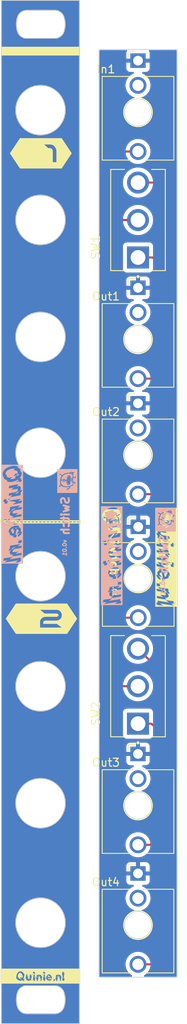
<source format=kicad_pcb>
(kicad_pcb (version 20221018) (generator pcbnew)
  (layers (0 "F.Cu" signal) (31 "B.Cu" signal) (34 "B.Paste" user) (35 "F.Paste" user) (36 "B.SilkS" user "B.Silkscreen") (37 "F.SilkS" user "F.Silkscreen") (38 "B.Mask" user) (39 "F.Mask" user) (44 "Edge.Cuts" user))
  (net 0 "")
  (net 1 "GND")
  (net 2 "Net-(SW1-B)")
  (net 4 "Net-(SW2-B)")
  (net 6 "Net-(SW1-A)")
  (net 8 "Net-(SW1-C)")
  (net 10 "Net-(SW2-A)")
  (net 12 "Net-(SW2-C)")
  (footprint "kibuzzard-6564E2EE" (layer "F.Cu") (at 28.99 141.38)
    (fp_text reference "kibuzzard-6564E2EE" hide)
    (fp_text value "G***" hide)
  )
  (footprint "kibuzzard-65663047" (layer "F.Cu") (at 29.12 96.53)
    (fp_text reference "kibuzzard-65663047" hide)
    (fp_text value "G***" hide)
  )
  (footprint "Connector_Audio:Jack_3.5mm_QingPu_WQP-PJ398SM_Vertical_CircularHoles" (layer "F.Cu") (at 41.28 85)
    (fp_text reference "In2" (at -4.03 1.08) (layer "F.SilkS"))
    (fp_text value "AudioJack2_SwitchT" hide)
    (pad "S" thru_hole rect (at 0 0 180) (size 1.93 1.83) (drill 1.22) (layers "*.Cu" "*.Mask") (net 1 "GND"))
    (pad "T" thru_hole circle (at 0 11.4 180) (size 2.13 2.13) (drill 1.43) (layers "*.Cu" "*.Mask") (net 4 "Net-(SW2-B)"))
    (pad "TN" thru_hole circle (at 0 3.1 180) (size 2.13 2.13) (drill 1.42) (layers "*.Cu" "*.Mask"))
    (zone (net 0) (net_name "") (layer "F.Cu") (connect_pads (clearance 0)) (min_thickness 0.254)
      (keepout (tracks not_allowed) (vias not_allowed) (pads not_allowed) (copperpour not_allowed) (footprints not_allowed))
      (fill (thermal_gap 0.508) (thermal_bridge_width 0.508))
      (polygon (pts (xy 42.785141 91.48) (xy 42.76493 91.234171) (xy 42.704841 90.994945) (xy 42.606486 90.768744) (xy 42.472508 90.561645) (xy 42.306504 90.37921) (xy 42.112932 90.226336) (xy 41.896992 90.107131) (xy 41.664482 90.024794) (xy 41.421646 89.981539) (xy 41.175007 89.978525) (xy 40.931187 90.015835) (xy 40.696734 90.092466) (xy 40.477946 90.20636) (xy 40.280697 90.354458) (xy 40.110286 90.532784) (xy 39.971288 90.736548) (xy 39.867436 90.960278) (xy 39.801519 91.197965) (xy 39.775308 91.443226) (xy 39.789507 91.689475) (xy 39.843734 91.930099) (xy 39.936532 92.158634) (xy 40.065411 92.368945) (xy 40.226908 92.555382) (xy 40.416687 92.712939) (xy 40.62965 92.837385) (xy 40.860079 92.925377) (xy 41.101785 92.974553) (xy 41.348278 92.983592) (xy 41.592936 92.95225) (xy 41.829191 92.88137) (xy 42.050697 92.772856) (xy 42.251505 92.629621) (xy 42.426223 92.455512) (xy 42.570158 92.255205) (xy 42.679445 92.034079) (xy 42.751149 91.798074) (xy 42.783344 91.553526)))
    )
  )
  (footprint "Connector_Audio:Jack_3.5mm_QingPu_WQP-PJ398SM_Vertical_CircularHoles" (layer "F.Cu") (at 41.25 69.5)
    (fp_text reference "Out2" (at -4.03 1.08) (layer "F.SilkS"))
    (fp_text value "AudioJack2_SwitchT" hide)
    (pad "S" thru_hole rect (at 0 0 180) (size 1.93 1.83) (drill 1.22) (layers "*.Cu" "*.Mask") (net 1 "GND"))
    (pad "T" thru_hole circle (at 0 11.4 180) (size 2.13 2.13) (drill 1.43) (layers "*.Cu" "*.Mask") (net 8 "Net-(SW1-C)"))
    (pad "TN" thru_hole circle (at 0 3.1 180) (size 2.13 2.13) (drill 1.42) (layers "*.Cu" "*.Mask"))
    (zone (net 0) (net_name "") (layer "F.Cu") (connect_pads (clearance 0)) (min_thickness 0.254)
      (keepout (tracks not_allowed) (vias not_allowed) (pads not_allowed) (copperpour not_allowed) (footprints not_allowed))
      (fill (thermal_gap 0.508) (thermal_bridge_width 0.508))
      (polygon (pts (xy 42.755141 75.98) (xy 42.73493 75.734171) (xy 42.674841 75.494945) (xy 42.576486 75.268744) (xy 42.442508 75.061645) (xy 42.276504 74.87921) (xy 42.082932 74.726336) (xy 41.866992 74.607131) (xy 41.634482 74.524794) (xy 41.391646 74.481539) (xy 41.145007 74.478525) (xy 40.901187 74.515835) (xy 40.666734 74.592466) (xy 40.447946 74.70636) (xy 40.250697 74.854458) (xy 40.080286 75.032784) (xy 39.941288 75.236548) (xy 39.837436 75.460278) (xy 39.771519 75.697965) (xy 39.745308 75.943226) (xy 39.759507 76.189475) (xy 39.813734 76.430099) (xy 39.906532 76.658634) (xy 40.035411 76.868945) (xy 40.196908 77.055382) (xy 40.386687 77.212939) (xy 40.59965 77.337385) (xy 40.830079 77.425377) (xy 41.071785 77.474553) (xy 41.318278 77.483592) (xy 41.562936 77.45225) (xy 41.799191 77.38137) (xy 42.020697 77.272856) (xy 42.221505 77.129621) (xy 42.396223 76.955512) (xy 42.540158 76.755205) (xy 42.649445 76.534079) (xy 42.721149 76.298074) (xy 42.753344 76.053526)))
    )
  )
  (footprint "Connector_Audio:Jack_3.5mm_QingPu_WQP-PJ398SM_Vertical_CircularHoles" (layer "F.Cu") (at 41.25 55)
    (fp_text reference "Out1" (at -4.03 1.08) (layer "F.SilkS"))
    (fp_text value "AudioJack2_SwitchT" hide)
    (pad "S" thru_hole rect (at 0 0 180) (size 1.93 1.83) (drill 1.22) (layers "*.Cu" "*.Mask") (net 1 "GND"))
    (pad "T" thru_hole circle (at 0 11.4 180) (size 2.13 2.13) (drill 1.43) (layers "*.Cu" "*.Mask") (net 6 "Net-(SW1-A)"))
    (pad "TN" thru_hole circle (at 0 3.1 180) (size 2.13 2.13) (drill 1.42) (layers "*.Cu" "*.Mask"))
    (zone (net 0) (net_name "") (layer "F.Cu") (connect_pads (clearance 0)) (min_thickness 0.254)
      (keepout (tracks not_allowed) (vias not_allowed) (pads not_allowed) (copperpour not_allowed) (footprints not_allowed))
      (fill (thermal_gap 0.508) (thermal_bridge_width 0.508))
      (polygon (pts (xy 42.755141 61.48) (xy 42.73493 61.234171) (xy 42.674841 60.994945) (xy 42.576486 60.768744) (xy 42.442508 60.561645) (xy 42.276504 60.37921) (xy 42.082932 60.226336) (xy 41.866992 60.107131) (xy 41.634482 60.024794) (xy 41.391646 59.981539) (xy 41.145007 59.978525) (xy 40.901187 60.015835) (xy 40.666734 60.092466) (xy 40.447946 60.20636) (xy 40.250697 60.354458) (xy 40.080286 60.532784) (xy 39.941288 60.736548) (xy 39.837436 60.960278) (xy 39.771519 61.197965) (xy 39.745308 61.443226) (xy 39.759507 61.689475) (xy 39.813734 61.930099) (xy 39.906532 62.158634) (xy 40.035411 62.368945) (xy 40.196908 62.555382) (xy 40.386687 62.712939) (xy 40.59965 62.837385) (xy 40.830079 62.925377) (xy 41.071785 62.974553) (xy 41.318278 62.983592) (xy 41.562936 62.95225) (xy 41.799191 62.88137) (xy 42.020697 62.772856) (xy 42.221505 62.629621) (xy 42.396223 62.455512) (xy 42.540158 62.255205) (xy 42.649445 62.034079) (xy 42.721149 61.798074) (xy 42.753344 61.553526)))
    )
  )
  (footprint "Connector_Audio:Jack_3.5mm_QingPu_WQP-PJ398SM_Vertical_CircularHoles" (layer "F.Cu") (at 41.25 26.5)
    (fp_text reference "In1" (at -4.03 1.08) (layer "F.SilkS"))
    (fp_text value "AudioJack2_SwitchT" hide)
    (pad "S" thru_hole rect (at 0 0 180) (size 1.93 1.83) (drill 1.22) (layers "*.Cu" "*.Mask") (net 1 "GND"))
    (pad "T" thru_hole circle (at 0 11.4 180) (size 2.13 2.13) (drill 1.43) (layers "*.Cu" "*.Mask") (net 2 "Net-(SW1-B)"))
    (pad "TN" thru_hole circle (at 0 3.1 180) (size 2.13 2.13) (drill 1.42) (layers "*.Cu" "*.Mask"))
    (zone (net 0) (net_name "") (layer "F.Cu") (connect_pads (clearance 0)) (min_thickness 0.254)
      (keepout (tracks not_allowed) (vias not_allowed) (pads not_allowed) (copperpour not_allowed) (footprints not_allowed))
      (fill (thermal_gap 0.508) (thermal_bridge_width 0.508))
      (polygon (pts (xy 42.755141 32.98) (xy 42.73493 32.734171) (xy 42.674841 32.494945) (xy 42.576486 32.268744) (xy 42.442508 32.061645) (xy 42.276504 31.87921) (xy 42.082932 31.726336) (xy 41.866992 31.607131) (xy 41.634482 31.524794) (xy 41.391646 31.481539) (xy 41.145007 31.478525) (xy 40.901187 31.515835) (xy 40.666734 31.592466) (xy 40.447946 31.70636) (xy 40.250697 31.854458) (xy 40.080286 32.032784) (xy 39.941288 32.236548) (xy 39.837436 32.460278) (xy 39.771519 32.697965) (xy 39.745308 32.943226) (xy 39.759507 33.189475) (xy 39.813734 33.430099) (xy 39.906532 33.658634) (xy 40.035411 33.868945) (xy 40.196908 34.055382) (xy 40.386687 34.212939) (xy 40.59965 34.337385) (xy 40.830079 34.425377) (xy 41.071785 34.474553) (xy 41.318278 34.483592) (xy 41.562936 34.45225) (xy 41.799191 34.38137) (xy 42.020697 34.272856) (xy 42.221505 34.129621) (xy 42.396223 33.955512) (xy 42.540158 33.755205) (xy 42.649445 33.534079) (xy 42.721149 33.298074) (xy 42.753344 33.053526)))
    )
  )
  (footprint "kibuzzard-63729A5C" (layer "F.Cu") (at 44.78 88.82 -90)
    (fp_text reference "kibuzzard-63729A5C" hide)
    (fp_text value "G***" hide)
  )
  (footprint "Connector_Audio:Jack_3.5mm_QingPu_WQP-PJ398SM_Vertical_CircularHoles" (layer "F.Cu") (at 41.25 113.5)
    (fp_text reference "Out3" (at -4.03 1.08) (layer "F.SilkS"))
    (fp_text value "AudioJack2_SwitchT" hide)
    (pad "S" thru_hole rect (at 0 0 180) (size 1.93 1.83) (drill 1.22) (layers "*.Cu" "*.Mask") (net 1 "GND"))
    (pad "T" thru_hole circle (at 0 11.4 180) (size 2.13 2.13) (drill 1.43) (layers "*.Cu" "*.Mask") (net 10 "Net-(SW2-A)"))
    (pad "TN" thru_hole circle (at 0 3.1 180) (size 2.13 2.13) (drill 1.42) (layers "*.Cu" "*.Mask"))
    (zone (net 0) (net_name "") (layer "F.Cu") (connect_pads (clearance 0)) (min_thickness 0.254)
      (keepout (tracks not_allowed) (vias not_allowed) (pads not_allowed) (copperpour not_allowed) (footprints not_allowed))
      (fill (thermal_gap 0.508) (thermal_bridge_width 0.508))
      (polygon (pts (xy 42.755141 119.98) (xy 42.73493 119.734171) (xy 42.674841 119.494945) (xy 42.576486 119.268744) (xy 42.442508 119.061645) (xy 42.276504 118.87921) (xy 42.082932 118.726336) (xy 41.866992 118.607131) (xy 41.634482 118.524794) (xy 41.391646 118.481539) (xy 41.145007 118.478525) (xy 40.901187 118.515835) (xy 40.666734 118.592466) (xy 40.447946 118.70636) (xy 40.250697 118.854458) (xy 40.080286 119.032784) (xy 39.941288 119.236548) (xy 39.837436 119.460278) (xy 39.771519 119.697965) (xy 39.745308 119.943226) (xy 39.759507 120.189475) (xy 39.813734 120.430099) (xy 39.906532 120.658634) (xy 40.035411 120.868945) (xy 40.196908 121.055382) (xy 40.386687 121.212939) (xy 40.59965 121.337385) (xy 40.830079 121.425377) (xy 41.071785 121.474553) (xy 41.318278 121.483592) (xy 41.562936 121.45225) (xy 41.799191 121.38137) (xy 42.020697 121.272856) (xy 42.221505 121.129621) (xy 42.396223 120.955512) (xy 42.540158 120.755205) (xy 42.649445 120.534079) (xy 42.721149 120.298074) (xy 42.753344 120.053526)))
    )
  )
  (footprint "kibuzzard-65663061" (layer "F.Cu") (at 29.04 38.13)
    (fp_text reference "kibuzzard-65663061" hide)
    (fp_text value "G***" hide)
  )
  (footprint "Connector_Audio:Jack_3.5mm_QingPu_WQP-PJ398SM_Vertical_CircularHoles" (layer "F.Cu") (at 41.25 128.5)
    (fp_text reference "Out4" (at -4.03 1.08) (layer "F.SilkS"))
    (fp_text value "AudioJack2_SwitchT" hide)
    (pad "S" thru_hole rect (at 0 0 180) (size 1.93 1.83) (drill 1.22) (layers "*.Cu" "*.Mask") (net 1 "GND"))
    (pad "T" thru_hole circle (at 0 11.4 180) (size 2.13 2.13) (drill 1.43) (layers "*.Cu" "*.Mask") (net 12 "Net-(SW2-C)"))
    (pad "TN" thru_hole circle (at 0 3.1 180) (size 2.13 2.13) (drill 1.42) (layers "*.Cu" "*.Mask"))
    (zone (net 0) (net_name "") (layer "F.Cu") (connect_pads (clearance 0)) (min_thickness 0.254)
      (keepout (tracks not_allowed) (vias not_allowed) (pads not_allowed) (copperpour not_allowed) (footprints not_allowed))
      (fill (thermal_gap 0.508) (thermal_bridge_width 0.508))
      (polygon (pts (xy 42.755141 134.98) (xy 42.73493 134.734171) (xy 42.674841 134.494945) (xy 42.576486 134.268744) (xy 42.442508 134.061645) (xy 42.276504 133.87921) (xy 42.082932 133.726336) (xy 41.866992 133.607131) (xy 41.634482 133.524794) (xy 41.391646 133.481539) (xy 41.145007 133.478525) (xy 40.901187 133.515835) (xy 40.666734 133.592466) (xy 40.447946 133.70636) (xy 40.250697 133.854458) (xy 40.080286 134.032784) (xy 39.941288 134.236548) (xy 39.837436 134.460278) (xy 39.771519 134.697965) (xy 39.745308 134.943226) (xy 39.759507 135.189475) (xy 39.813734 135.430099) (xy 39.906532 135.658634) (xy 40.035411 135.868945) (xy 40.196908 136.055382) (xy 40.386687 136.212939) (xy 40.59965 136.337385) (xy 40.830079 136.425377) (xy 41.071785 136.474553) (xy 41.318278 136.483592) (xy 41.562936 136.45225) (xy 41.799191 136.38137) (xy 42.020697 136.272856) (xy 42.221505 136.129621) (xy 42.396223 135.955512) (xy 42.540158 135.755205) (xy 42.649445 135.534079) (xy 42.721149 135.298074) (xy 42.753344 135.053526)))
    )
  )
  (footprint "kibuzzard-63663374" (layer "F.Cu") (at 37.99 84.29 -90)
    (fp_text reference "kibuzzard-63663374" hide)
    (fp_text value "G***" hide)
  )
  (footprint "kibuzzard-6564E20D" (layer "F.Cu") (at 28.96 139.14)
    (fp_text reference "kibuzzard-6564E20D" hide)
    (fp_text value "G***" hide)
  )
  (footprint "1_Switch:SW_100SP3T1B1M2QEH" (layer "F.Cu") (at 41.25 105 90)
    (fp_text reference "SW2" (at -3.425 -5.315 90) (layer "F.SilkS"))
    (fp_text value "SW_SPDT")
    (pad "1" thru_hole rect (at -4.7 0 90) (size 2.775 2.775) (drill 1.85) (layers "*.Cu" "*.Mask") (net 10 "Net-(SW2-A)"))
    (pad "2" thru_hole circle (at 0 0 90) (size 2.775 2.775) (drill 1.85) (layers "*.Cu" "*.Mask") (net 4 "Net-(SW2-B)"))
    (pad "3" thru_hole circle (at 4.7 0 90) (size 2.775 2.775) (drill 1.85) (layers "*.Cu" "*.Mask") (net 12 "Net-(SW2-C)"))
  )
  (footprint "1_Switch:SW_100SP3T1B1M2QEH" (layer "F.Cu") (at 41.25 46.5 90)
    (fp_text reference "SW1" (at -3.425 -5.315 90) (layer "F.SilkS"))
    (fp_text value "SW_SPDT")
    (pad "1" thru_hole rect (at -4.7 0 90) (size 2.775 2.775) (drill 1.85) (layers "*.Cu" "*.Mask") (net 6 "Net-(SW1-A)"))
    (pad "2" thru_hole circle (at 0 0 90) (size 2.775 2.775) (drill 1.85) (layers "*.Cu" "*.Mask") (net 2 "Net-(SW1-B)"))
    (pad "3" thru_hole circle (at 4.7 0 90) (size 2.775 2.775) (drill 1.85) (layers "*.Cu" "*.Mask") (net 8 "Net-(SW1-C)"))
  )
  (footprint "kibuzzard-6564E26E" (layer "F.Cu") (at 28.99 84.38)
    (fp_text reference "kibuzzard-6564E26E" hide)
    (fp_text value "G***" hide)
  )
  (footprint "kibuzzard-63663374" (layer "B.Cu") (at 44.74 84.09 -90)
    (fp_text reference "kibuzzard-63663374" hide)
    (fp_text value "G***" hide)
  )
  (footprint "kibuzzard-63663374" (layer "B.Cu") (at 32.37 79.25 -90)
    (fp_text reference "kibuzzard-63663374" hide)
    (fp_text value "G***" hide)
  )
  (footprint "kibuzzard-63729A5C" (layer "B.Cu") (at 25.45 83.41 -90)
    (fp_text reference "kibuzzard-63729A5C" hide)
    (fp_text value "G***" hide)
  )
  (footprint "kibuzzard-63729A5C" (layer "B.Cu") (at 37.95 88.62 -90)
    (fp_text reference "kibuzzard-63729A5C" hide)
    (fp_text value "G***" hide)
  )
  (gr_rect (start 24.1 24.83) (end 33.9 25.78) (stroke (width 0.15)) (fill solid) (layer "F.SilkS"))
  (gr_arc (start 30.795996 20.19) (mid 31.507381 20.423375) (end 31.941996 21.033) (stroke (width 0.1)) (layer "Edge.Cuts"))
  (gr_circle (center 41.25 33) (end 42.76 33.82) (stroke (width 0.1)) (fill none) (layer "Edge.Cuts"))
  (gr_circle (center 41.25 91.481716) (end 42.76 92.301716) (stroke (width 0.1)) (fill none) (layer "Edge.Cuts"))
  (gr_line (start 24.08 18.94) (end 33.9 18.94) (stroke (width 0.1)) (layer "Edge.Cuts"))
  (gr_line (start 33.9 147.34) (end 24.08 147.34) (stroke (width 0.1)) (layer "Edge.Cuts"))
  (gr_line (start 30.796 20.19) (end 27.264 20.19) (stroke (width 0.1)) (layer "Edge.Cuts"))
  (gr_arc (start 31.941968 145.246993) (mid 31.507378 145.856627) (end 30.796 146.09) (stroke (width 0.1)) (layer "Edge.Cuts"))
  (gr_line (start 36.344 25.12) (end 46.164 25.12) (stroke (width 0.1)) (layer "Edge.Cuts"))
  (gr_arc (start 26.118002 145.246999) (mid 25.98002 144.34) (end 26.118002 143.433001) (stroke (width 0.1)) (layer "Edge.Cuts"))
  (gr_arc (start 26.118002 22.846999) (mid 25.98002 21.94) (end 26.118002 21.033001) (stroke (width 0.1)) (layer "Edge.Cuts"))
  (gr_circle (center 41.25 134.971716) (end 42.76 135.791716) (stroke (width 0.1)) (fill none) (layer "Edge.Cuts"))
  (gr_arc (start 31.941998 143.433001) (mid 32.07998 144.34) (end 31.941998 145.246999) (stroke (width 0.1)) (layer "Edge.Cuts"))
  (gr_circle (center 29 91.191716) (end 32.1 91.191716) (stroke (width 0.1)) (fill none) (layer "Edge.Cuts"))
  (gr_circle (center 41.25 61.461716) (end 42.76 62.281716) (stroke (width 0.1)) (fill none) (layer "Edge.Cuts"))
  (gr_circle (center 29 75.701716) (end 32.1 75.701716) (stroke (width 0.1)) (fill none) (layer "Edge.Cuts"))
  (gr_line (start 27.264 146.09) (end 30.796 146.09) (stroke (width 0.1)) (layer "Edge.Cuts"))
  (gr_circle (center 41.25 119.971716) (end 42.76 120.791716) (stroke (width 0.1)) (fill none) (layer "Edge.Cuts"))
  (gr_line (start 33.9 18.94) (end 33.9 147.34) (stroke (width 0.1)) (layer "Edge.Cuts"))
  (gr_line (start 27.264 23.69) (end 30.796 23.69) (stroke (width 0.1)) (layer "Edge.Cuts"))
  (gr_line (start 36.344 141.52) (end 36.344 25.12) (stroke (width 0.1)) (layer "Edge.Cuts"))
  (gr_arc (start 27.264004 146.09) (mid 26.552619 145.856625) (end 26.118004 145.247) (stroke (width 0.1)) (layer "Edge.Cuts"))
  (gr_circle (center 29 119.681716) (end 32.1 119.681716) (stroke (width 0.1)) (fill none) (layer "Edge.Cuts"))
  (gr_arc (start 30.795996 142.59) (mid 31.507381 142.823375) (end 31.941996 143.433) (stroke (width 0.1)) (layer "Edge.Cuts"))
  (gr_line (start 46.164 25.12) (end 46.164 141.52) (stroke (width 0.1)) (layer "Edge.Cuts"))
  (gr_arc (start 31.941998 21.033001) (mid 32.07998 21.94) (end 31.941998 22.846999) (stroke (width 0.1)) (layer "Edge.Cuts"))
  (gr_circle (center 41.25 75.991716) (end 42.76 76.811716) (stroke (width 0.1)) (fill none) (layer "Edge.Cuts"))
  (gr_arc (start 31.941969 22.846992) (mid 31.507379 23.456627) (end 30.796 23.69) (stroke (width 0.1)) (layer "Edge.Cuts"))
  (gr_arc (start 27.264004 23.69) (mid 26.552619 23.456625) (end 26.118004 22.847) (stroke (width 0.1)) (layer "Edge.Cuts"))
  (gr_line (start 46.164 141.52) (end 36.344 141.52) (stroke (width 0.1)) (layer "Edge.Cuts"))
  (gr_circle (center 29 134.681716) (end 32.1 134.681716) (stroke (width 0.1)) (fill none) (layer "Edge.Cuts"))
  (gr_arc (start 26.118004 143.433) (mid 26.552611 142.823364) (end 27.264004 142.59) (stroke (width 0.1)) (layer "Edge.Cuts"))
  (gr_circle (center 29 105.01) (end 32.1 105.01) (stroke (width 0.1)) (fill none) (layer "Edge.Cuts"))
  (gr_circle (center 29 32.71) (end 32.1 32.71) (stroke (width 0.1)) (fill none) (layer "Edge.Cuts"))
  (gr_circle (center 29 46.49) (end 32.1 46.49) (stroke (width 0.1)) (fill none) (layer "Edge.Cuts"))
  (gr_line (start 24.08 147.34) (end 24.08 18.94) (stroke (width 0.1)) (layer "Edge.Cuts"))
  (gr_line (start 30.796 142.59) (end 27.264 142.59) (stroke (width 0.1)) (layer "Edge.Cuts"))
  (gr_arc (start 26.118004 21.033) (mid 26.552611 20.423364) (end 27.264004 20.19) (stroke (width 0.1)) (layer "Edge.Cuts"))
  (gr_circle (center 29 61.171716) (end 32.1 61.171716) (stroke (width 0.1)) (fill none) (layer "Edge.Cuts"))
  (gr_text "v0.01\n" (at 32.04 87.64 90) (layer "B.SilkS") (effects (font (size 0.5 0.5) (thickness 0.125)) (justify mirror)))
  (gr_text "v0.01\n" (at 44.41 92.48 90) (layer "B.SilkS") (effects (font (size 0.5 0.5) (thickness 0.125)) (justify mirror)))
  (gr_text "Switch" (at 32.12 83.62 90) (layer "B.SilkS") (effects (font (size 1 1) (thickness 0.25)) (justify mirror)))
  (gr_text "Switch" (at 44.49 88.46 90) (layer "B.SilkS") (effects (font (size 1 1) (thickness 0.25)) (justify mirror)))
  (gr_text "Switch" (at 38.24 88.66 -90) (layer "F.SilkS") (effects (font (size 1 1) (thickness 0.25))))
  (gr_text "v0.01\n" (at 38.32 92.68 -90) (layer "F.SilkS") (effects (font (size 0.5 0.5) (thickness 0.125))))
  (segment (start 37.14 84.88) (end 37.14 113.34) (width 0.25) (layer "F.Cu") (net 1))
  (segment (start 37.14 69.52) (end 37.14 84.88) (width 0.25) (layer "F.Cu") (net 1))
  (segment (start 41.25 26.5) (end 37.99 26.5) (width 0.25) (layer "F.Cu") (net 1))
  (segment (start 37.14 27.35) (end 37.14 54.74) (width 0.25) (layer "F.Cu") (net 1))
  (segment (start 37.99 26.5) (end 37.14 27.35) (width 0.25) (layer "F.Cu") (net 1))
  (segment (start 38.05 128.5) (end 41.25 128.5) (width 0.25) (layer "F.Cu") (net 1))
  (segment (start 37.14 113.34) (end 37.14 127.59) (width 0.25) (layer "F.Cu") (net 1))
  (segment (start 41.25 55) (end 37.4 55) (width 0.25) (layer "F.Cu") (net 1))
  (segment (start 41.25 69.5) (end 37.16 69.5) (width 0.25) (layer "F.Cu") (net 1))
  (segment (start 41.28 85) (end 37.26 85) (width 0.25) (layer "F.Cu") (net 1))
  (segment (start 37.4 55) (end 37.14 54.74) (width 0.25) (layer "F.Cu") (net 1))
  (segment (start 41.25 113.5) (end 37.3 113.5) (width 0.25) (layer "F.Cu") (net 1))
  (segment (start 37.14 127.59) (end 38.05 128.5) (width 0.25) (layer "F.Cu") (net 1))
  (segment (start 37.14 54.74) (end 37.14 69.52) (width 0.25) (layer "F.Cu") (net 1))
  (segment (start 37.3 113.5) (end 37.14 113.34) (width 0.25) (layer "F.Cu") (net 1))
  (segment (start 37.26 85) (end 37.14 84.88) (width 0.25) (layer "F.Cu") (net 1))
  (segment (start 37.16 69.5) (end 37.14 69.52) (width 0.25) (layer "F.Cu") (net 1))
  (segment (start 39.74 37.9) (end 38.43 39.21) (width 0.25) (layer "F.Cu") (net 2))
  (segment (start 39.13 46.5) (end 41.25 46.5) (width 0.25) (layer "F.Cu") (net 2))
  (segment (start 38.43 45.8) (end 39.13 46.5) (width 0.25) (layer "F.Cu") (net 2))
  (segment (start 41.25 37.9) (end 39.74 37.9) (width 0.25) (layer "F.Cu") (net 2))
  (segment (start 38.43 39.21) (end 38.43 45.8) (width 0.25) (layer "F.Cu") (net 2))
  (segment (start 38.38 104.46) (end 38.92 105) (width 0.25) (layer "F.Cu") (net 4))
  (segment (start 39.51 96.4) (end 38.38 97.53) (width 0.25) (layer "F.Cu") (net 4))
  (segment (start 41.28 96.4) (end 39.51 96.4) (width 0.25) (layer "F.Cu") (net 4))
  (segment (start 38.92 105) (end 41.25 105) (width 0.25) (layer "F.Cu") (net 4))
  (segment (start 38.38 97.53) (end 38.38 104.46) (width 0.25) (layer "F.Cu") (net 4))
  (segment (start 44.32 52.43) (end 44.32 65.02) (width 0.25) (layer "F.Cu") (net 6))
  (segment (start 41.25 51.2) (end 43.09 51.2) (width 0.25) (layer "F.Cu") (net 6))
  (segment (start 43.09 51.2) (end 44.32 52.43) (width 0.25) (layer "F.Cu") (net 6))
  (segment (start 42.94 66.4) (end 41.25 66.4) (width 0.25) (layer "F.Cu") (net 6))
  (segment (start 44.32 65.02) (end 42.94 66.4) (width 0.25) (layer "F.Cu") (net 6))
  (segment (start 41.25 41.8) (end 44.34 41.8) (width 0.25) (layer "F.Cu") (net 8))
  (segment (start 44.34 41.8) (end 45.29 42.75) (width 0.25) (layer "F.Cu") (net 8))
  (segment (start 45.29 42.75) (end 45.29 79.5) (width 0.25) (layer "F.Cu") (net 8))
  (segment (start 45.29 79.5) (end 43.89 80.9) (width 0.25) (layer "F.Cu") (net 8))
  (segment (start 43.89 80.9) (end 41.25 80.9) (width 0.25) (layer "F.Cu") (net 8))
  (segment (start 43.88 110.64) (end 43.88 123.8) (width 0.25) (layer "F.Cu") (net 10))
  (segment (start 43.88 123.8) (end 42.78 124.9) (width 0.25) (layer "F.Cu") (net 10))
  (segment (start 41.25 109.7) (end 42.94 109.7) (width 0.25) (layer "F.Cu") (net 10))
  (segment (start 42.78 124.9) (end 41.25 124.9) (width 0.25) (layer "F.Cu") (net 10))
  (segment (start 42.94 109.7) (end 43.88 110.64) (width 0.25) (layer "F.Cu") (net 10))
  (segment (start 41.25 100.3) (end 45.29 104.34) (width 0.25) (layer "F.Cu") (net 12))
  (segment (start 43.58 139.9) (end 41.25 139.9) (width 0.25) (layer "F.Cu") (net 12))
  (segment (start 45.29 104.34) (end 45.29 138.19) (width 0.25) (layer "F.Cu") (net 12))
  (segment (start 45.29 138.19) (end 43.58 139.9) (width 0.25) (layer "F.Cu") (net 12))
  (zone (net 0) (net_name "") (layers "F&B.Cu") (priority 1) (connect_pads (clearance 0.5)) (min_thickness 0.25) (fill yes (thermal_gap 0.5) (thermal_bridge_width 0.5) (island_removal_mode 1) (island_area_min 10))
    (polygon (pts (xy 24.075 18.925) (xy 33.9 18.95) (xy 33.9 147.35) (xy 24.075 147.325)))
  )
  (zone (net 1) (net_name "GND") (layers "F&B.Cu") (connect_pads (clearance 0.5)) (min_thickness 0.25) (fill yes (thermal_gap 0.5) (thermal_bridge_width 0.5))
    (polygon (pts (xy 46.25 25.075) (xy 36.25 25.075) (xy 36.25 141.475) (xy 46.25 141.475)))
  )
)
</source>
